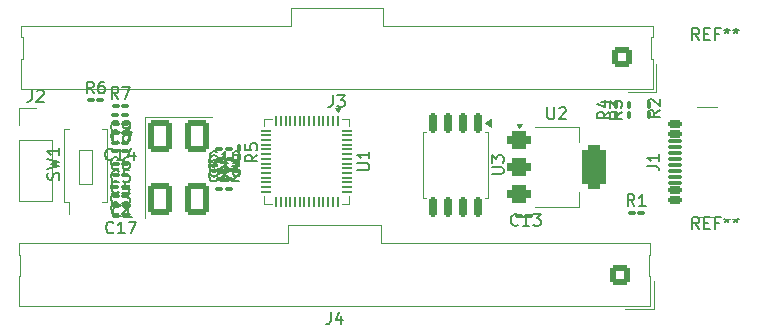
<source format=gbr>
%TF.GenerationSoftware,KiCad,Pcbnew,9.0.6*%
%TF.CreationDate,2025-11-29T13:07:23-06:00*%
%TF.ProjectId,Tony's devboard,546f6e79-2773-4206-9465-76626f617264,rev?*%
%TF.SameCoordinates,Original*%
%TF.FileFunction,Legend,Top*%
%TF.FilePolarity,Positive*%
%FSLAX46Y46*%
G04 Gerber Fmt 4.6, Leading zero omitted, Abs format (unit mm)*
G04 Created by KiCad (PCBNEW 9.0.6) date 2025-11-29 13:07:23*
%MOMM*%
%LPD*%
G01*
G04 APERTURE LIST*
G04 Aperture macros list*
%AMRoundRect*
0 Rectangle with rounded corners*
0 $1 Rounding radius*
0 $2 $3 $4 $5 $6 $7 $8 $9 X,Y pos of 4 corners*
0 Add a 4 corners polygon primitive as box body*
4,1,4,$2,$3,$4,$5,$6,$7,$8,$9,$2,$3,0*
0 Add four circle primitives for the rounded corners*
1,1,$1+$1,$2,$3*
1,1,$1+$1,$4,$5*
1,1,$1+$1,$6,$7*
1,1,$1+$1,$8,$9*
0 Add four rect primitives between the rounded corners*
20,1,$1+$1,$2,$3,$4,$5,0*
20,1,$1+$1,$4,$5,$6,$7,0*
20,1,$1+$1,$6,$7,$8,$9,0*
20,1,$1+$1,$8,$9,$2,$3,0*%
G04 Aperture macros list end*
%ADD10C,0.150000*%
%ADD11C,0.120000*%
%ADD12RoundRect,0.100000X-0.217500X-0.100000X0.217500X-0.100000X0.217500X0.100000X-0.217500X0.100000X0*%
%ADD13RoundRect,0.100000X0.217500X0.100000X-0.217500X0.100000X-0.217500X-0.100000X0.217500X-0.100000X0*%
%ADD14RoundRect,0.250000X0.620000X0.620000X-0.620000X0.620000X-0.620000X-0.620000X0.620000X-0.620000X0*%
%ADD15C,1.740000*%
%ADD16RoundRect,0.375000X-0.625000X-0.375000X0.625000X-0.375000X0.625000X0.375000X-0.625000X0.375000X0*%
%ADD17RoundRect,0.500000X-0.500000X-1.400000X0.500000X-1.400000X0.500000X1.400000X-0.500000X1.400000X0*%
%ADD18RoundRect,0.100000X0.100000X-0.217500X0.100000X0.217500X-0.100000X0.217500X-0.100000X-0.217500X0*%
%ADD19C,0.650000*%
%ADD20RoundRect,0.150000X0.425000X-0.150000X0.425000X0.150000X-0.425000X0.150000X-0.425000X-0.150000X0*%
%ADD21RoundRect,0.075000X0.500000X-0.075000X0.500000X0.075000X-0.500000X0.075000X-0.500000X-0.075000X0*%
%ADD22O,2.100000X1.000000*%
%ADD23O,1.800000X1.000000*%
%ADD24R,1.700000X1.700000*%
%ADD25C,1.700000*%
%ADD26C,2.600000*%
%ADD27C,3.800000*%
%ADD28R,2.250000X2.250000*%
%ADD29C,2.250000*%
%ADD30RoundRect,0.050000X-0.050000X0.387500X-0.050000X-0.387500X0.050000X-0.387500X0.050000X0.387500X0*%
%ADD31RoundRect,0.050000X-0.387500X0.050000X-0.387500X-0.050000X0.387500X-0.050000X0.387500X0.050000X0*%
%ADD32R,3.200000X3.200000*%
%ADD33RoundRect,0.100000X-0.100000X0.217500X-0.100000X-0.217500X0.100000X-0.217500X0.100000X0.217500X0*%
%ADD34RoundRect,0.250001X-0.799999X1.099999X-0.799999X-1.099999X0.799999X-1.099999X0.799999X1.099999X0*%
%ADD35RoundRect,0.162500X-0.162500X0.650000X-0.162500X-0.650000X0.162500X-0.650000X0.162500X0.650000X0*%
G04 APERTURE END LIST*
D10*
X107349642Y-43839580D02*
X107302023Y-43887200D01*
X107302023Y-43887200D02*
X107159166Y-43934819D01*
X107159166Y-43934819D02*
X107063928Y-43934819D01*
X107063928Y-43934819D02*
X106921071Y-43887200D01*
X106921071Y-43887200D02*
X106825833Y-43791961D01*
X106825833Y-43791961D02*
X106778214Y-43696723D01*
X106778214Y-43696723D02*
X106730595Y-43506247D01*
X106730595Y-43506247D02*
X106730595Y-43363390D01*
X106730595Y-43363390D02*
X106778214Y-43172914D01*
X106778214Y-43172914D02*
X106825833Y-43077676D01*
X106825833Y-43077676D02*
X106921071Y-42982438D01*
X106921071Y-42982438D02*
X107063928Y-42934819D01*
X107063928Y-42934819D02*
X107159166Y-42934819D01*
X107159166Y-42934819D02*
X107302023Y-42982438D01*
X107302023Y-42982438D02*
X107349642Y-43030057D01*
X108302023Y-43934819D02*
X107730595Y-43934819D01*
X108016309Y-43934819D02*
X108016309Y-42934819D01*
X108016309Y-42934819D02*
X107921071Y-43077676D01*
X107921071Y-43077676D02*
X107825833Y-43172914D01*
X107825833Y-43172914D02*
X107730595Y-43220533D01*
X108921071Y-42934819D02*
X109016309Y-42934819D01*
X109016309Y-42934819D02*
X109111547Y-42982438D01*
X109111547Y-42982438D02*
X109159166Y-43030057D01*
X109159166Y-43030057D02*
X109206785Y-43125295D01*
X109206785Y-43125295D02*
X109254404Y-43315771D01*
X109254404Y-43315771D02*
X109254404Y-43553866D01*
X109254404Y-43553866D02*
X109206785Y-43744342D01*
X109206785Y-43744342D02*
X109159166Y-43839580D01*
X109159166Y-43839580D02*
X109111547Y-43887200D01*
X109111547Y-43887200D02*
X109016309Y-43934819D01*
X109016309Y-43934819D02*
X108921071Y-43934819D01*
X108921071Y-43934819D02*
X108825833Y-43887200D01*
X108825833Y-43887200D02*
X108778214Y-43839580D01*
X108778214Y-43839580D02*
X108730595Y-43744342D01*
X108730595Y-43744342D02*
X108682976Y-43553866D01*
X108682976Y-43553866D02*
X108682976Y-43315771D01*
X108682976Y-43315771D02*
X108730595Y-43125295D01*
X108730595Y-43125295D02*
X108778214Y-43030057D01*
X108778214Y-43030057D02*
X108825833Y-42982438D01*
X108825833Y-42982438D02*
X108921071Y-42934819D01*
X98988333Y-41289580D02*
X98940714Y-41337200D01*
X98940714Y-41337200D02*
X98797857Y-41384819D01*
X98797857Y-41384819D02*
X98702619Y-41384819D01*
X98702619Y-41384819D02*
X98559762Y-41337200D01*
X98559762Y-41337200D02*
X98464524Y-41241961D01*
X98464524Y-41241961D02*
X98416905Y-41146723D01*
X98416905Y-41146723D02*
X98369286Y-40956247D01*
X98369286Y-40956247D02*
X98369286Y-40813390D01*
X98369286Y-40813390D02*
X98416905Y-40622914D01*
X98416905Y-40622914D02*
X98464524Y-40527676D01*
X98464524Y-40527676D02*
X98559762Y-40432438D01*
X98559762Y-40432438D02*
X98702619Y-40384819D01*
X98702619Y-40384819D02*
X98797857Y-40384819D01*
X98797857Y-40384819D02*
X98940714Y-40432438D01*
X98940714Y-40432438D02*
X98988333Y-40480057D01*
X99464524Y-41384819D02*
X99655000Y-41384819D01*
X99655000Y-41384819D02*
X99750238Y-41337200D01*
X99750238Y-41337200D02*
X99797857Y-41289580D01*
X99797857Y-41289580D02*
X99893095Y-41146723D01*
X99893095Y-41146723D02*
X99940714Y-40956247D01*
X99940714Y-40956247D02*
X99940714Y-40575295D01*
X99940714Y-40575295D02*
X99893095Y-40480057D01*
X99893095Y-40480057D02*
X99845476Y-40432438D01*
X99845476Y-40432438D02*
X99750238Y-40384819D01*
X99750238Y-40384819D02*
X99559762Y-40384819D01*
X99559762Y-40384819D02*
X99464524Y-40432438D01*
X99464524Y-40432438D02*
X99416905Y-40480057D01*
X99416905Y-40480057D02*
X99369286Y-40575295D01*
X99369286Y-40575295D02*
X99369286Y-40813390D01*
X99369286Y-40813390D02*
X99416905Y-40908628D01*
X99416905Y-40908628D02*
X99464524Y-40956247D01*
X99464524Y-40956247D02*
X99559762Y-41003866D01*
X99559762Y-41003866D02*
X99750238Y-41003866D01*
X99750238Y-41003866D02*
X99845476Y-40956247D01*
X99845476Y-40956247D02*
X99893095Y-40908628D01*
X99893095Y-40908628D02*
X99940714Y-40813390D01*
X116966666Y-56594819D02*
X116966666Y-57309104D01*
X116966666Y-57309104D02*
X116919047Y-57451961D01*
X116919047Y-57451961D02*
X116823809Y-57547200D01*
X116823809Y-57547200D02*
X116680952Y-57594819D01*
X116680952Y-57594819D02*
X116585714Y-57594819D01*
X117871428Y-56928152D02*
X117871428Y-57594819D01*
X117633333Y-56547200D02*
X117395238Y-57261485D01*
X117395238Y-57261485D02*
X118014285Y-57261485D01*
X98507142Y-43629580D02*
X98459523Y-43677200D01*
X98459523Y-43677200D02*
X98316666Y-43724819D01*
X98316666Y-43724819D02*
X98221428Y-43724819D01*
X98221428Y-43724819D02*
X98078571Y-43677200D01*
X98078571Y-43677200D02*
X97983333Y-43581961D01*
X97983333Y-43581961D02*
X97935714Y-43486723D01*
X97935714Y-43486723D02*
X97888095Y-43296247D01*
X97888095Y-43296247D02*
X97888095Y-43153390D01*
X97888095Y-43153390D02*
X97935714Y-42962914D01*
X97935714Y-42962914D02*
X97983333Y-42867676D01*
X97983333Y-42867676D02*
X98078571Y-42772438D01*
X98078571Y-42772438D02*
X98221428Y-42724819D01*
X98221428Y-42724819D02*
X98316666Y-42724819D01*
X98316666Y-42724819D02*
X98459523Y-42772438D01*
X98459523Y-42772438D02*
X98507142Y-42820057D01*
X99459523Y-43724819D02*
X98888095Y-43724819D01*
X99173809Y-43724819D02*
X99173809Y-42724819D01*
X99173809Y-42724819D02*
X99078571Y-42867676D01*
X99078571Y-42867676D02*
X98983333Y-42962914D01*
X98983333Y-42962914D02*
X98888095Y-43010533D01*
X100316666Y-43058152D02*
X100316666Y-43724819D01*
X100078571Y-42677200D02*
X99840476Y-43391485D01*
X99840476Y-43391485D02*
X100459523Y-43391485D01*
X107319642Y-44189580D02*
X107272023Y-44237200D01*
X107272023Y-44237200D02*
X107129166Y-44284819D01*
X107129166Y-44284819D02*
X107033928Y-44284819D01*
X107033928Y-44284819D02*
X106891071Y-44237200D01*
X106891071Y-44237200D02*
X106795833Y-44141961D01*
X106795833Y-44141961D02*
X106748214Y-44046723D01*
X106748214Y-44046723D02*
X106700595Y-43856247D01*
X106700595Y-43856247D02*
X106700595Y-43713390D01*
X106700595Y-43713390D02*
X106748214Y-43522914D01*
X106748214Y-43522914D02*
X106795833Y-43427676D01*
X106795833Y-43427676D02*
X106891071Y-43332438D01*
X106891071Y-43332438D02*
X107033928Y-43284819D01*
X107033928Y-43284819D02*
X107129166Y-43284819D01*
X107129166Y-43284819D02*
X107272023Y-43332438D01*
X107272023Y-43332438D02*
X107319642Y-43380057D01*
X108272023Y-44284819D02*
X107700595Y-44284819D01*
X107986309Y-44284819D02*
X107986309Y-43284819D01*
X107986309Y-43284819D02*
X107891071Y-43427676D01*
X107891071Y-43427676D02*
X107795833Y-43522914D01*
X107795833Y-43522914D02*
X107700595Y-43570533D01*
X109176785Y-43284819D02*
X108700595Y-43284819D01*
X108700595Y-43284819D02*
X108652976Y-43761009D01*
X108652976Y-43761009D02*
X108700595Y-43713390D01*
X108700595Y-43713390D02*
X108795833Y-43665771D01*
X108795833Y-43665771D02*
X109033928Y-43665771D01*
X109033928Y-43665771D02*
X109129166Y-43713390D01*
X109129166Y-43713390D02*
X109176785Y-43761009D01*
X109176785Y-43761009D02*
X109224404Y-43856247D01*
X109224404Y-43856247D02*
X109224404Y-44094342D01*
X109224404Y-44094342D02*
X109176785Y-44189580D01*
X109176785Y-44189580D02*
X109129166Y-44237200D01*
X109129166Y-44237200D02*
X109033928Y-44284819D01*
X109033928Y-44284819D02*
X108795833Y-44284819D01*
X108795833Y-44284819D02*
X108700595Y-44237200D01*
X108700595Y-44237200D02*
X108652976Y-44189580D01*
X135318095Y-39234819D02*
X135318095Y-40044342D01*
X135318095Y-40044342D02*
X135365714Y-40139580D01*
X135365714Y-40139580D02*
X135413333Y-40187200D01*
X135413333Y-40187200D02*
X135508571Y-40234819D01*
X135508571Y-40234819D02*
X135699047Y-40234819D01*
X135699047Y-40234819D02*
X135794285Y-40187200D01*
X135794285Y-40187200D02*
X135841904Y-40139580D01*
X135841904Y-40139580D02*
X135889523Y-40044342D01*
X135889523Y-40044342D02*
X135889523Y-39234819D01*
X136318095Y-39330057D02*
X136365714Y-39282438D01*
X136365714Y-39282438D02*
X136460952Y-39234819D01*
X136460952Y-39234819D02*
X136699047Y-39234819D01*
X136699047Y-39234819D02*
X136794285Y-39282438D01*
X136794285Y-39282438D02*
X136841904Y-39330057D01*
X136841904Y-39330057D02*
X136889523Y-39425295D01*
X136889523Y-39425295D02*
X136889523Y-39520533D01*
X136889523Y-39520533D02*
X136841904Y-39663390D01*
X136841904Y-39663390D02*
X136270476Y-40234819D01*
X136270476Y-40234819D02*
X136889523Y-40234819D01*
X107307142Y-45419580D02*
X107259523Y-45467200D01*
X107259523Y-45467200D02*
X107116666Y-45514819D01*
X107116666Y-45514819D02*
X107021428Y-45514819D01*
X107021428Y-45514819D02*
X106878571Y-45467200D01*
X106878571Y-45467200D02*
X106783333Y-45371961D01*
X106783333Y-45371961D02*
X106735714Y-45276723D01*
X106735714Y-45276723D02*
X106688095Y-45086247D01*
X106688095Y-45086247D02*
X106688095Y-44943390D01*
X106688095Y-44943390D02*
X106735714Y-44752914D01*
X106735714Y-44752914D02*
X106783333Y-44657676D01*
X106783333Y-44657676D02*
X106878571Y-44562438D01*
X106878571Y-44562438D02*
X107021428Y-44514819D01*
X107021428Y-44514819D02*
X107116666Y-44514819D01*
X107116666Y-44514819D02*
X107259523Y-44562438D01*
X107259523Y-44562438D02*
X107307142Y-44610057D01*
X108259523Y-45514819D02*
X107688095Y-45514819D01*
X107973809Y-45514819D02*
X107973809Y-44514819D01*
X107973809Y-44514819D02*
X107878571Y-44657676D01*
X107878571Y-44657676D02*
X107783333Y-44752914D01*
X107783333Y-44752914D02*
X107688095Y-44800533D01*
X108640476Y-44610057D02*
X108688095Y-44562438D01*
X108688095Y-44562438D02*
X108783333Y-44514819D01*
X108783333Y-44514819D02*
X109021428Y-44514819D01*
X109021428Y-44514819D02*
X109116666Y-44562438D01*
X109116666Y-44562438D02*
X109164285Y-44610057D01*
X109164285Y-44610057D02*
X109211904Y-44705295D01*
X109211904Y-44705295D02*
X109211904Y-44800533D01*
X109211904Y-44800533D02*
X109164285Y-44943390D01*
X109164285Y-44943390D02*
X108592857Y-45514819D01*
X108592857Y-45514819D02*
X109211904Y-45514819D01*
X117156666Y-38204819D02*
X117156666Y-38919104D01*
X117156666Y-38919104D02*
X117109047Y-39061961D01*
X117109047Y-39061961D02*
X117013809Y-39157200D01*
X117013809Y-39157200D02*
X116870952Y-39204819D01*
X116870952Y-39204819D02*
X116775714Y-39204819D01*
X117537619Y-38204819D02*
X118156666Y-38204819D01*
X118156666Y-38204819D02*
X117823333Y-38585771D01*
X117823333Y-38585771D02*
X117966190Y-38585771D01*
X117966190Y-38585771D02*
X118061428Y-38633390D01*
X118061428Y-38633390D02*
X118109047Y-38681009D01*
X118109047Y-38681009D02*
X118156666Y-38776247D01*
X118156666Y-38776247D02*
X118156666Y-39014342D01*
X118156666Y-39014342D02*
X118109047Y-39109580D01*
X118109047Y-39109580D02*
X118061428Y-39157200D01*
X118061428Y-39157200D02*
X117966190Y-39204819D01*
X117966190Y-39204819D02*
X117680476Y-39204819D01*
X117680476Y-39204819D02*
X117585238Y-39157200D01*
X117585238Y-39157200D02*
X117537619Y-39109580D01*
X141604819Y-39619166D02*
X141128628Y-39952499D01*
X141604819Y-40190594D02*
X140604819Y-40190594D01*
X140604819Y-40190594D02*
X140604819Y-39809642D01*
X140604819Y-39809642D02*
X140652438Y-39714404D01*
X140652438Y-39714404D02*
X140700057Y-39666785D01*
X140700057Y-39666785D02*
X140795295Y-39619166D01*
X140795295Y-39619166D02*
X140938152Y-39619166D01*
X140938152Y-39619166D02*
X141033390Y-39666785D01*
X141033390Y-39666785D02*
X141081009Y-39714404D01*
X141081009Y-39714404D02*
X141128628Y-39809642D01*
X141128628Y-39809642D02*
X141128628Y-40190594D01*
X140604819Y-39285832D02*
X140604819Y-38666785D01*
X140604819Y-38666785D02*
X140985771Y-39000118D01*
X140985771Y-39000118D02*
X140985771Y-38857261D01*
X140985771Y-38857261D02*
X141033390Y-38762023D01*
X141033390Y-38762023D02*
X141081009Y-38714404D01*
X141081009Y-38714404D02*
X141176247Y-38666785D01*
X141176247Y-38666785D02*
X141414342Y-38666785D01*
X141414342Y-38666785D02*
X141509580Y-38714404D01*
X141509580Y-38714404D02*
X141557200Y-38762023D01*
X141557200Y-38762023D02*
X141604819Y-38857261D01*
X141604819Y-38857261D02*
X141604819Y-39142975D01*
X141604819Y-39142975D02*
X141557200Y-39238213D01*
X141557200Y-39238213D02*
X141509580Y-39285832D01*
X132834642Y-49169580D02*
X132787023Y-49217200D01*
X132787023Y-49217200D02*
X132644166Y-49264819D01*
X132644166Y-49264819D02*
X132548928Y-49264819D01*
X132548928Y-49264819D02*
X132406071Y-49217200D01*
X132406071Y-49217200D02*
X132310833Y-49121961D01*
X132310833Y-49121961D02*
X132263214Y-49026723D01*
X132263214Y-49026723D02*
X132215595Y-48836247D01*
X132215595Y-48836247D02*
X132215595Y-48693390D01*
X132215595Y-48693390D02*
X132263214Y-48502914D01*
X132263214Y-48502914D02*
X132310833Y-48407676D01*
X132310833Y-48407676D02*
X132406071Y-48312438D01*
X132406071Y-48312438D02*
X132548928Y-48264819D01*
X132548928Y-48264819D02*
X132644166Y-48264819D01*
X132644166Y-48264819D02*
X132787023Y-48312438D01*
X132787023Y-48312438D02*
X132834642Y-48360057D01*
X133787023Y-49264819D02*
X133215595Y-49264819D01*
X133501309Y-49264819D02*
X133501309Y-48264819D01*
X133501309Y-48264819D02*
X133406071Y-48407676D01*
X133406071Y-48407676D02*
X133310833Y-48502914D01*
X133310833Y-48502914D02*
X133215595Y-48550533D01*
X134120357Y-48264819D02*
X134739404Y-48264819D01*
X134739404Y-48264819D02*
X134406071Y-48645771D01*
X134406071Y-48645771D02*
X134548928Y-48645771D01*
X134548928Y-48645771D02*
X134644166Y-48693390D01*
X134644166Y-48693390D02*
X134691785Y-48741009D01*
X134691785Y-48741009D02*
X134739404Y-48836247D01*
X134739404Y-48836247D02*
X134739404Y-49074342D01*
X134739404Y-49074342D02*
X134691785Y-49169580D01*
X134691785Y-49169580D02*
X134644166Y-49217200D01*
X134644166Y-49217200D02*
X134548928Y-49264819D01*
X134548928Y-49264819D02*
X134263214Y-49264819D01*
X134263214Y-49264819D02*
X134167976Y-49217200D01*
X134167976Y-49217200D02*
X134120357Y-49169580D01*
X98988333Y-47359580D02*
X98940714Y-47407200D01*
X98940714Y-47407200D02*
X98797857Y-47454819D01*
X98797857Y-47454819D02*
X98702619Y-47454819D01*
X98702619Y-47454819D02*
X98559762Y-47407200D01*
X98559762Y-47407200D02*
X98464524Y-47311961D01*
X98464524Y-47311961D02*
X98416905Y-47216723D01*
X98416905Y-47216723D02*
X98369286Y-47026247D01*
X98369286Y-47026247D02*
X98369286Y-46883390D01*
X98369286Y-46883390D02*
X98416905Y-46692914D01*
X98416905Y-46692914D02*
X98464524Y-46597676D01*
X98464524Y-46597676D02*
X98559762Y-46502438D01*
X98559762Y-46502438D02*
X98702619Y-46454819D01*
X98702619Y-46454819D02*
X98797857Y-46454819D01*
X98797857Y-46454819D02*
X98940714Y-46502438D01*
X98940714Y-46502438D02*
X98988333Y-46550057D01*
X99321667Y-46454819D02*
X99940714Y-46454819D01*
X99940714Y-46454819D02*
X99607381Y-46835771D01*
X99607381Y-46835771D02*
X99750238Y-46835771D01*
X99750238Y-46835771D02*
X99845476Y-46883390D01*
X99845476Y-46883390D02*
X99893095Y-46931009D01*
X99893095Y-46931009D02*
X99940714Y-47026247D01*
X99940714Y-47026247D02*
X99940714Y-47264342D01*
X99940714Y-47264342D02*
X99893095Y-47359580D01*
X99893095Y-47359580D02*
X99845476Y-47407200D01*
X99845476Y-47407200D02*
X99750238Y-47454819D01*
X99750238Y-47454819D02*
X99464524Y-47454819D01*
X99464524Y-47454819D02*
X99369286Y-47407200D01*
X99369286Y-47407200D02*
X99321667Y-47359580D01*
X143774819Y-44203333D02*
X144489104Y-44203333D01*
X144489104Y-44203333D02*
X144631961Y-44250952D01*
X144631961Y-44250952D02*
X144727200Y-44346190D01*
X144727200Y-44346190D02*
X144774819Y-44489047D01*
X144774819Y-44489047D02*
X144774819Y-44584285D01*
X144774819Y-43203333D02*
X144774819Y-43774761D01*
X144774819Y-43489047D02*
X143774819Y-43489047D01*
X143774819Y-43489047D02*
X143917676Y-43584285D01*
X143917676Y-43584285D02*
X144012914Y-43679523D01*
X144012914Y-43679523D02*
X144060533Y-43774761D01*
X98995833Y-38504819D02*
X98662500Y-38028628D01*
X98424405Y-38504819D02*
X98424405Y-37504819D01*
X98424405Y-37504819D02*
X98805357Y-37504819D01*
X98805357Y-37504819D02*
X98900595Y-37552438D01*
X98900595Y-37552438D02*
X98948214Y-37600057D01*
X98948214Y-37600057D02*
X98995833Y-37695295D01*
X98995833Y-37695295D02*
X98995833Y-37838152D01*
X98995833Y-37838152D02*
X98948214Y-37933390D01*
X98948214Y-37933390D02*
X98900595Y-37981009D01*
X98900595Y-37981009D02*
X98805357Y-38028628D01*
X98805357Y-38028628D02*
X98424405Y-38028628D01*
X99329167Y-37504819D02*
X99995833Y-37504819D01*
X99995833Y-37504819D02*
X99567262Y-38504819D01*
X91666666Y-37784819D02*
X91666666Y-38499104D01*
X91666666Y-38499104D02*
X91619047Y-38641961D01*
X91619047Y-38641961D02*
X91523809Y-38737200D01*
X91523809Y-38737200D02*
X91380952Y-38784819D01*
X91380952Y-38784819D02*
X91285714Y-38784819D01*
X92095238Y-37880057D02*
X92142857Y-37832438D01*
X92142857Y-37832438D02*
X92238095Y-37784819D01*
X92238095Y-37784819D02*
X92476190Y-37784819D01*
X92476190Y-37784819D02*
X92571428Y-37832438D01*
X92571428Y-37832438D02*
X92619047Y-37880057D01*
X92619047Y-37880057D02*
X92666666Y-37975295D01*
X92666666Y-37975295D02*
X92666666Y-38070533D01*
X92666666Y-38070533D02*
X92619047Y-38213390D01*
X92619047Y-38213390D02*
X92047619Y-38784819D01*
X92047619Y-38784819D02*
X92666666Y-38784819D01*
X96905833Y-38054819D02*
X96572500Y-37578628D01*
X96334405Y-38054819D02*
X96334405Y-37054819D01*
X96334405Y-37054819D02*
X96715357Y-37054819D01*
X96715357Y-37054819D02*
X96810595Y-37102438D01*
X96810595Y-37102438D02*
X96858214Y-37150057D01*
X96858214Y-37150057D02*
X96905833Y-37245295D01*
X96905833Y-37245295D02*
X96905833Y-37388152D01*
X96905833Y-37388152D02*
X96858214Y-37483390D01*
X96858214Y-37483390D02*
X96810595Y-37531009D01*
X96810595Y-37531009D02*
X96715357Y-37578628D01*
X96715357Y-37578628D02*
X96334405Y-37578628D01*
X97762976Y-37054819D02*
X97572500Y-37054819D01*
X97572500Y-37054819D02*
X97477262Y-37102438D01*
X97477262Y-37102438D02*
X97429643Y-37150057D01*
X97429643Y-37150057D02*
X97334405Y-37292914D01*
X97334405Y-37292914D02*
X97286786Y-37483390D01*
X97286786Y-37483390D02*
X97286786Y-37864342D01*
X97286786Y-37864342D02*
X97334405Y-37959580D01*
X97334405Y-37959580D02*
X97382024Y-38007200D01*
X97382024Y-38007200D02*
X97477262Y-38054819D01*
X97477262Y-38054819D02*
X97667738Y-38054819D01*
X97667738Y-38054819D02*
X97762976Y-38007200D01*
X97762976Y-38007200D02*
X97810595Y-37959580D01*
X97810595Y-37959580D02*
X97858214Y-37864342D01*
X97858214Y-37864342D02*
X97858214Y-37626247D01*
X97858214Y-37626247D02*
X97810595Y-37531009D01*
X97810595Y-37531009D02*
X97762976Y-37483390D01*
X97762976Y-37483390D02*
X97667738Y-37435771D01*
X97667738Y-37435771D02*
X97477262Y-37435771D01*
X97477262Y-37435771D02*
X97382024Y-37483390D01*
X97382024Y-37483390D02*
X97334405Y-37531009D01*
X97334405Y-37531009D02*
X97286786Y-37626247D01*
X148166666Y-49524819D02*
X147833333Y-49048628D01*
X147595238Y-49524819D02*
X147595238Y-48524819D01*
X147595238Y-48524819D02*
X147976190Y-48524819D01*
X147976190Y-48524819D02*
X148071428Y-48572438D01*
X148071428Y-48572438D02*
X148119047Y-48620057D01*
X148119047Y-48620057D02*
X148166666Y-48715295D01*
X148166666Y-48715295D02*
X148166666Y-48858152D01*
X148166666Y-48858152D02*
X148119047Y-48953390D01*
X148119047Y-48953390D02*
X148071428Y-49001009D01*
X148071428Y-49001009D02*
X147976190Y-49048628D01*
X147976190Y-49048628D02*
X147595238Y-49048628D01*
X148595238Y-49001009D02*
X148928571Y-49001009D01*
X149071428Y-49524819D02*
X148595238Y-49524819D01*
X148595238Y-49524819D02*
X148595238Y-48524819D01*
X148595238Y-48524819D02*
X149071428Y-48524819D01*
X149833333Y-49001009D02*
X149500000Y-49001009D01*
X149500000Y-49524819D02*
X149500000Y-48524819D01*
X149500000Y-48524819D02*
X149976190Y-48524819D01*
X150500000Y-48524819D02*
X150500000Y-48762914D01*
X150261905Y-48667676D02*
X150500000Y-48762914D01*
X150500000Y-48762914D02*
X150738095Y-48667676D01*
X150357143Y-48953390D02*
X150500000Y-48762914D01*
X150500000Y-48762914D02*
X150642857Y-48953390D01*
X151261905Y-48524819D02*
X151261905Y-48762914D01*
X151023810Y-48667676D02*
X151261905Y-48762914D01*
X151261905Y-48762914D02*
X151500000Y-48667676D01*
X151119048Y-48953390D02*
X151261905Y-48762914D01*
X151261905Y-48762914D02*
X151404762Y-48953390D01*
X99008333Y-46389580D02*
X98960714Y-46437200D01*
X98960714Y-46437200D02*
X98817857Y-46484819D01*
X98817857Y-46484819D02*
X98722619Y-46484819D01*
X98722619Y-46484819D02*
X98579762Y-46437200D01*
X98579762Y-46437200D02*
X98484524Y-46341961D01*
X98484524Y-46341961D02*
X98436905Y-46246723D01*
X98436905Y-46246723D02*
X98389286Y-46056247D01*
X98389286Y-46056247D02*
X98389286Y-45913390D01*
X98389286Y-45913390D02*
X98436905Y-45722914D01*
X98436905Y-45722914D02*
X98484524Y-45627676D01*
X98484524Y-45627676D02*
X98579762Y-45532438D01*
X98579762Y-45532438D02*
X98722619Y-45484819D01*
X98722619Y-45484819D02*
X98817857Y-45484819D01*
X98817857Y-45484819D02*
X98960714Y-45532438D01*
X98960714Y-45532438D02*
X99008333Y-45580057D01*
X99865476Y-45818152D02*
X99865476Y-46484819D01*
X99627381Y-45437200D02*
X99389286Y-46151485D01*
X99389286Y-46151485D02*
X100008333Y-46151485D01*
X93927200Y-45353332D02*
X93974819Y-45210475D01*
X93974819Y-45210475D02*
X93974819Y-44972380D01*
X93974819Y-44972380D02*
X93927200Y-44877142D01*
X93927200Y-44877142D02*
X93879580Y-44829523D01*
X93879580Y-44829523D02*
X93784342Y-44781904D01*
X93784342Y-44781904D02*
X93689104Y-44781904D01*
X93689104Y-44781904D02*
X93593866Y-44829523D01*
X93593866Y-44829523D02*
X93546247Y-44877142D01*
X93546247Y-44877142D02*
X93498628Y-44972380D01*
X93498628Y-44972380D02*
X93451009Y-45162856D01*
X93451009Y-45162856D02*
X93403390Y-45258094D01*
X93403390Y-45258094D02*
X93355771Y-45305713D01*
X93355771Y-45305713D02*
X93260533Y-45353332D01*
X93260533Y-45353332D02*
X93165295Y-45353332D01*
X93165295Y-45353332D02*
X93070057Y-45305713D01*
X93070057Y-45305713D02*
X93022438Y-45258094D01*
X93022438Y-45258094D02*
X92974819Y-45162856D01*
X92974819Y-45162856D02*
X92974819Y-44924761D01*
X92974819Y-44924761D02*
X93022438Y-44781904D01*
X92974819Y-44448570D02*
X93974819Y-44210475D01*
X93974819Y-44210475D02*
X93260533Y-44019999D01*
X93260533Y-44019999D02*
X93974819Y-43829523D01*
X93974819Y-43829523D02*
X92974819Y-43591428D01*
X93974819Y-42686666D02*
X93974819Y-43258094D01*
X93974819Y-42972380D02*
X92974819Y-42972380D01*
X92974819Y-42972380D02*
X93117676Y-43067618D01*
X93117676Y-43067618D02*
X93212914Y-43162856D01*
X93212914Y-43162856D02*
X93260533Y-43258094D01*
X98998333Y-42079580D02*
X98950714Y-42127200D01*
X98950714Y-42127200D02*
X98807857Y-42174819D01*
X98807857Y-42174819D02*
X98712619Y-42174819D01*
X98712619Y-42174819D02*
X98569762Y-42127200D01*
X98569762Y-42127200D02*
X98474524Y-42031961D01*
X98474524Y-42031961D02*
X98426905Y-41936723D01*
X98426905Y-41936723D02*
X98379286Y-41746247D01*
X98379286Y-41746247D02*
X98379286Y-41603390D01*
X98379286Y-41603390D02*
X98426905Y-41412914D01*
X98426905Y-41412914D02*
X98474524Y-41317676D01*
X98474524Y-41317676D02*
X98569762Y-41222438D01*
X98569762Y-41222438D02*
X98712619Y-41174819D01*
X98712619Y-41174819D02*
X98807857Y-41174819D01*
X98807857Y-41174819D02*
X98950714Y-41222438D01*
X98950714Y-41222438D02*
X98998333Y-41270057D01*
X99569762Y-41603390D02*
X99474524Y-41555771D01*
X99474524Y-41555771D02*
X99426905Y-41508152D01*
X99426905Y-41508152D02*
X99379286Y-41412914D01*
X99379286Y-41412914D02*
X99379286Y-41365295D01*
X99379286Y-41365295D02*
X99426905Y-41270057D01*
X99426905Y-41270057D02*
X99474524Y-41222438D01*
X99474524Y-41222438D02*
X99569762Y-41174819D01*
X99569762Y-41174819D02*
X99760238Y-41174819D01*
X99760238Y-41174819D02*
X99855476Y-41222438D01*
X99855476Y-41222438D02*
X99903095Y-41270057D01*
X99903095Y-41270057D02*
X99950714Y-41365295D01*
X99950714Y-41365295D02*
X99950714Y-41412914D01*
X99950714Y-41412914D02*
X99903095Y-41508152D01*
X99903095Y-41508152D02*
X99855476Y-41555771D01*
X99855476Y-41555771D02*
X99760238Y-41603390D01*
X99760238Y-41603390D02*
X99569762Y-41603390D01*
X99569762Y-41603390D02*
X99474524Y-41651009D01*
X99474524Y-41651009D02*
X99426905Y-41698628D01*
X99426905Y-41698628D02*
X99379286Y-41793866D01*
X99379286Y-41793866D02*
X99379286Y-41984342D01*
X99379286Y-41984342D02*
X99426905Y-42079580D01*
X99426905Y-42079580D02*
X99474524Y-42127200D01*
X99474524Y-42127200D02*
X99569762Y-42174819D01*
X99569762Y-42174819D02*
X99760238Y-42174819D01*
X99760238Y-42174819D02*
X99855476Y-42127200D01*
X99855476Y-42127200D02*
X99903095Y-42079580D01*
X99903095Y-42079580D02*
X99950714Y-41984342D01*
X99950714Y-41984342D02*
X99950714Y-41793866D01*
X99950714Y-41793866D02*
X99903095Y-41698628D01*
X99903095Y-41698628D02*
X99855476Y-41651009D01*
X99855476Y-41651009D02*
X99760238Y-41603390D01*
X99013333Y-45479580D02*
X98965714Y-45527200D01*
X98965714Y-45527200D02*
X98822857Y-45574819D01*
X98822857Y-45574819D02*
X98727619Y-45574819D01*
X98727619Y-45574819D02*
X98584762Y-45527200D01*
X98584762Y-45527200D02*
X98489524Y-45431961D01*
X98489524Y-45431961D02*
X98441905Y-45336723D01*
X98441905Y-45336723D02*
X98394286Y-45146247D01*
X98394286Y-45146247D02*
X98394286Y-45003390D01*
X98394286Y-45003390D02*
X98441905Y-44812914D01*
X98441905Y-44812914D02*
X98489524Y-44717676D01*
X98489524Y-44717676D02*
X98584762Y-44622438D01*
X98584762Y-44622438D02*
X98727619Y-44574819D01*
X98727619Y-44574819D02*
X98822857Y-44574819D01*
X98822857Y-44574819D02*
X98965714Y-44622438D01*
X98965714Y-44622438D02*
X99013333Y-44670057D01*
X99918095Y-44574819D02*
X99441905Y-44574819D01*
X99441905Y-44574819D02*
X99394286Y-45051009D01*
X99394286Y-45051009D02*
X99441905Y-45003390D01*
X99441905Y-45003390D02*
X99537143Y-44955771D01*
X99537143Y-44955771D02*
X99775238Y-44955771D01*
X99775238Y-44955771D02*
X99870476Y-45003390D01*
X99870476Y-45003390D02*
X99918095Y-45051009D01*
X99918095Y-45051009D02*
X99965714Y-45146247D01*
X99965714Y-45146247D02*
X99965714Y-45384342D01*
X99965714Y-45384342D02*
X99918095Y-45479580D01*
X99918095Y-45479580D02*
X99870476Y-45527200D01*
X99870476Y-45527200D02*
X99775238Y-45574819D01*
X99775238Y-45574819D02*
X99537143Y-45574819D01*
X99537143Y-45574819D02*
X99441905Y-45527200D01*
X99441905Y-45527200D02*
X99394286Y-45479580D01*
X119234819Y-44561904D02*
X120044342Y-44561904D01*
X120044342Y-44561904D02*
X120139580Y-44514285D01*
X120139580Y-44514285D02*
X120187200Y-44466666D01*
X120187200Y-44466666D02*
X120234819Y-44371428D01*
X120234819Y-44371428D02*
X120234819Y-44180952D01*
X120234819Y-44180952D02*
X120187200Y-44085714D01*
X120187200Y-44085714D02*
X120139580Y-44038095D01*
X120139580Y-44038095D02*
X120044342Y-43990476D01*
X120044342Y-43990476D02*
X119234819Y-43990476D01*
X120234819Y-42990476D02*
X120234819Y-43561904D01*
X120234819Y-43276190D02*
X119234819Y-43276190D01*
X119234819Y-43276190D02*
X119377676Y-43371428D01*
X119377676Y-43371428D02*
X119472914Y-43466666D01*
X119472914Y-43466666D02*
X119520533Y-43561904D01*
X144814819Y-39489166D02*
X144338628Y-39822499D01*
X144814819Y-40060594D02*
X143814819Y-40060594D01*
X143814819Y-40060594D02*
X143814819Y-39679642D01*
X143814819Y-39679642D02*
X143862438Y-39584404D01*
X143862438Y-39584404D02*
X143910057Y-39536785D01*
X143910057Y-39536785D02*
X144005295Y-39489166D01*
X144005295Y-39489166D02*
X144148152Y-39489166D01*
X144148152Y-39489166D02*
X144243390Y-39536785D01*
X144243390Y-39536785D02*
X144291009Y-39584404D01*
X144291009Y-39584404D02*
X144338628Y-39679642D01*
X144338628Y-39679642D02*
X144338628Y-40060594D01*
X143910057Y-39108213D02*
X143862438Y-39060594D01*
X143862438Y-39060594D02*
X143814819Y-38965356D01*
X143814819Y-38965356D02*
X143814819Y-38727261D01*
X143814819Y-38727261D02*
X143862438Y-38632023D01*
X143862438Y-38632023D02*
X143910057Y-38584404D01*
X143910057Y-38584404D02*
X144005295Y-38536785D01*
X144005295Y-38536785D02*
X144100533Y-38536785D01*
X144100533Y-38536785D02*
X144243390Y-38584404D01*
X144243390Y-38584404D02*
X144814819Y-39155832D01*
X144814819Y-39155832D02*
X144814819Y-38536785D01*
X107608628Y-44796190D02*
X108084819Y-44796190D01*
X107084819Y-45129523D02*
X107608628Y-44796190D01*
X107608628Y-44796190D02*
X107084819Y-44462857D01*
X108084819Y-43605714D02*
X108084819Y-44177142D01*
X108084819Y-43891428D02*
X107084819Y-43891428D01*
X107084819Y-43891428D02*
X107227676Y-43986666D01*
X107227676Y-43986666D02*
X107322914Y-44081904D01*
X107322914Y-44081904D02*
X107370533Y-44177142D01*
X148166666Y-33544819D02*
X147833333Y-33068628D01*
X147595238Y-33544819D02*
X147595238Y-32544819D01*
X147595238Y-32544819D02*
X147976190Y-32544819D01*
X147976190Y-32544819D02*
X148071428Y-32592438D01*
X148071428Y-32592438D02*
X148119047Y-32640057D01*
X148119047Y-32640057D02*
X148166666Y-32735295D01*
X148166666Y-32735295D02*
X148166666Y-32878152D01*
X148166666Y-32878152D02*
X148119047Y-32973390D01*
X148119047Y-32973390D02*
X148071428Y-33021009D01*
X148071428Y-33021009D02*
X147976190Y-33068628D01*
X147976190Y-33068628D02*
X147595238Y-33068628D01*
X148595238Y-33021009D02*
X148928571Y-33021009D01*
X149071428Y-33544819D02*
X148595238Y-33544819D01*
X148595238Y-33544819D02*
X148595238Y-32544819D01*
X148595238Y-32544819D02*
X149071428Y-32544819D01*
X149833333Y-33021009D02*
X149500000Y-33021009D01*
X149500000Y-33544819D02*
X149500000Y-32544819D01*
X149500000Y-32544819D02*
X149976190Y-32544819D01*
X150500000Y-32544819D02*
X150500000Y-32782914D01*
X150261905Y-32687676D02*
X150500000Y-32782914D01*
X150500000Y-32782914D02*
X150738095Y-32687676D01*
X150357143Y-32973390D02*
X150500000Y-32782914D01*
X150500000Y-32782914D02*
X150642857Y-32973390D01*
X151261905Y-32544819D02*
X151261905Y-32782914D01*
X151023810Y-32687676D02*
X151261905Y-32782914D01*
X151261905Y-32782914D02*
X151500000Y-32687676D01*
X151119048Y-32973390D02*
X151261905Y-32782914D01*
X151261905Y-32782914D02*
X151404762Y-32973390D01*
X99178333Y-48399580D02*
X99130714Y-48447200D01*
X99130714Y-48447200D02*
X98987857Y-48494819D01*
X98987857Y-48494819D02*
X98892619Y-48494819D01*
X98892619Y-48494819D02*
X98749762Y-48447200D01*
X98749762Y-48447200D02*
X98654524Y-48351961D01*
X98654524Y-48351961D02*
X98606905Y-48256723D01*
X98606905Y-48256723D02*
X98559286Y-48066247D01*
X98559286Y-48066247D02*
X98559286Y-47923390D01*
X98559286Y-47923390D02*
X98606905Y-47732914D01*
X98606905Y-47732914D02*
X98654524Y-47637676D01*
X98654524Y-47637676D02*
X98749762Y-47542438D01*
X98749762Y-47542438D02*
X98892619Y-47494819D01*
X98892619Y-47494819D02*
X98987857Y-47494819D01*
X98987857Y-47494819D02*
X99130714Y-47542438D01*
X99130714Y-47542438D02*
X99178333Y-47590057D01*
X100130714Y-48494819D02*
X99559286Y-48494819D01*
X99845000Y-48494819D02*
X99845000Y-47494819D01*
X99845000Y-47494819D02*
X99749762Y-47637676D01*
X99749762Y-47637676D02*
X99654524Y-47732914D01*
X99654524Y-47732914D02*
X99559286Y-47780533D01*
X98988333Y-44379580D02*
X98940714Y-44427200D01*
X98940714Y-44427200D02*
X98797857Y-44474819D01*
X98797857Y-44474819D02*
X98702619Y-44474819D01*
X98702619Y-44474819D02*
X98559762Y-44427200D01*
X98559762Y-44427200D02*
X98464524Y-44331961D01*
X98464524Y-44331961D02*
X98416905Y-44236723D01*
X98416905Y-44236723D02*
X98369286Y-44046247D01*
X98369286Y-44046247D02*
X98369286Y-43903390D01*
X98369286Y-43903390D02*
X98416905Y-43712914D01*
X98416905Y-43712914D02*
X98464524Y-43617676D01*
X98464524Y-43617676D02*
X98559762Y-43522438D01*
X98559762Y-43522438D02*
X98702619Y-43474819D01*
X98702619Y-43474819D02*
X98797857Y-43474819D01*
X98797857Y-43474819D02*
X98940714Y-43522438D01*
X98940714Y-43522438D02*
X98988333Y-43570057D01*
X99845476Y-43474819D02*
X99655000Y-43474819D01*
X99655000Y-43474819D02*
X99559762Y-43522438D01*
X99559762Y-43522438D02*
X99512143Y-43570057D01*
X99512143Y-43570057D02*
X99416905Y-43712914D01*
X99416905Y-43712914D02*
X99369286Y-43903390D01*
X99369286Y-43903390D02*
X99369286Y-44284342D01*
X99369286Y-44284342D02*
X99416905Y-44379580D01*
X99416905Y-44379580D02*
X99464524Y-44427200D01*
X99464524Y-44427200D02*
X99559762Y-44474819D01*
X99559762Y-44474819D02*
X99750238Y-44474819D01*
X99750238Y-44474819D02*
X99845476Y-44427200D01*
X99845476Y-44427200D02*
X99893095Y-44379580D01*
X99893095Y-44379580D02*
X99940714Y-44284342D01*
X99940714Y-44284342D02*
X99940714Y-44046247D01*
X99940714Y-44046247D02*
X99893095Y-43951009D01*
X99893095Y-43951009D02*
X99845476Y-43903390D01*
X99845476Y-43903390D02*
X99750238Y-43855771D01*
X99750238Y-43855771D02*
X99559762Y-43855771D01*
X99559762Y-43855771D02*
X99464524Y-43903390D01*
X99464524Y-43903390D02*
X99416905Y-43951009D01*
X99416905Y-43951009D02*
X99369286Y-44046247D01*
X98567142Y-49809580D02*
X98519523Y-49857200D01*
X98519523Y-49857200D02*
X98376666Y-49904819D01*
X98376666Y-49904819D02*
X98281428Y-49904819D01*
X98281428Y-49904819D02*
X98138571Y-49857200D01*
X98138571Y-49857200D02*
X98043333Y-49761961D01*
X98043333Y-49761961D02*
X97995714Y-49666723D01*
X97995714Y-49666723D02*
X97948095Y-49476247D01*
X97948095Y-49476247D02*
X97948095Y-49333390D01*
X97948095Y-49333390D02*
X97995714Y-49142914D01*
X97995714Y-49142914D02*
X98043333Y-49047676D01*
X98043333Y-49047676D02*
X98138571Y-48952438D01*
X98138571Y-48952438D02*
X98281428Y-48904819D01*
X98281428Y-48904819D02*
X98376666Y-48904819D01*
X98376666Y-48904819D02*
X98519523Y-48952438D01*
X98519523Y-48952438D02*
X98567142Y-49000057D01*
X99519523Y-49904819D02*
X98948095Y-49904819D01*
X99233809Y-49904819D02*
X99233809Y-48904819D01*
X99233809Y-48904819D02*
X99138571Y-49047676D01*
X99138571Y-49047676D02*
X99043333Y-49142914D01*
X99043333Y-49142914D02*
X98948095Y-49190533D01*
X99852857Y-48904819D02*
X100519523Y-48904819D01*
X100519523Y-48904819D02*
X100090952Y-49904819D01*
X142690833Y-47594819D02*
X142357500Y-47118628D01*
X142119405Y-47594819D02*
X142119405Y-46594819D01*
X142119405Y-46594819D02*
X142500357Y-46594819D01*
X142500357Y-46594819D02*
X142595595Y-46642438D01*
X142595595Y-46642438D02*
X142643214Y-46690057D01*
X142643214Y-46690057D02*
X142690833Y-46785295D01*
X142690833Y-46785295D02*
X142690833Y-46928152D01*
X142690833Y-46928152D02*
X142643214Y-47023390D01*
X142643214Y-47023390D02*
X142595595Y-47071009D01*
X142595595Y-47071009D02*
X142500357Y-47118628D01*
X142500357Y-47118628D02*
X142119405Y-47118628D01*
X143643214Y-47594819D02*
X143071786Y-47594819D01*
X143357500Y-47594819D02*
X143357500Y-46594819D01*
X143357500Y-46594819D02*
X143262262Y-46737676D01*
X143262262Y-46737676D02*
X143167024Y-46832914D01*
X143167024Y-46832914D02*
X143071786Y-46880533D01*
X107364642Y-44989580D02*
X107317023Y-45037200D01*
X107317023Y-45037200D02*
X107174166Y-45084819D01*
X107174166Y-45084819D02*
X107078928Y-45084819D01*
X107078928Y-45084819D02*
X106936071Y-45037200D01*
X106936071Y-45037200D02*
X106840833Y-44941961D01*
X106840833Y-44941961D02*
X106793214Y-44846723D01*
X106793214Y-44846723D02*
X106745595Y-44656247D01*
X106745595Y-44656247D02*
X106745595Y-44513390D01*
X106745595Y-44513390D02*
X106793214Y-44322914D01*
X106793214Y-44322914D02*
X106840833Y-44227676D01*
X106840833Y-44227676D02*
X106936071Y-44132438D01*
X106936071Y-44132438D02*
X107078928Y-44084819D01*
X107078928Y-44084819D02*
X107174166Y-44084819D01*
X107174166Y-44084819D02*
X107317023Y-44132438D01*
X107317023Y-44132438D02*
X107364642Y-44180057D01*
X108317023Y-45084819D02*
X107745595Y-45084819D01*
X108031309Y-45084819D02*
X108031309Y-44084819D01*
X108031309Y-44084819D02*
X107936071Y-44227676D01*
X107936071Y-44227676D02*
X107840833Y-44322914D01*
X107840833Y-44322914D02*
X107745595Y-44370533D01*
X109174166Y-44084819D02*
X108983690Y-44084819D01*
X108983690Y-44084819D02*
X108888452Y-44132438D01*
X108888452Y-44132438D02*
X108840833Y-44180057D01*
X108840833Y-44180057D02*
X108745595Y-44322914D01*
X108745595Y-44322914D02*
X108697976Y-44513390D01*
X108697976Y-44513390D02*
X108697976Y-44894342D01*
X108697976Y-44894342D02*
X108745595Y-44989580D01*
X108745595Y-44989580D02*
X108793214Y-45037200D01*
X108793214Y-45037200D02*
X108888452Y-45084819D01*
X108888452Y-45084819D02*
X109078928Y-45084819D01*
X109078928Y-45084819D02*
X109174166Y-45037200D01*
X109174166Y-45037200D02*
X109221785Y-44989580D01*
X109221785Y-44989580D02*
X109269404Y-44894342D01*
X109269404Y-44894342D02*
X109269404Y-44656247D01*
X109269404Y-44656247D02*
X109221785Y-44561009D01*
X109221785Y-44561009D02*
X109174166Y-44513390D01*
X109174166Y-44513390D02*
X109078928Y-44465771D01*
X109078928Y-44465771D02*
X108888452Y-44465771D01*
X108888452Y-44465771D02*
X108793214Y-44513390D01*
X108793214Y-44513390D02*
X108745595Y-44561009D01*
X108745595Y-44561009D02*
X108697976Y-44656247D01*
X98995833Y-48189580D02*
X98948214Y-48237200D01*
X98948214Y-48237200D02*
X98805357Y-48284819D01*
X98805357Y-48284819D02*
X98710119Y-48284819D01*
X98710119Y-48284819D02*
X98567262Y-48237200D01*
X98567262Y-48237200D02*
X98472024Y-48141961D01*
X98472024Y-48141961D02*
X98424405Y-48046723D01*
X98424405Y-48046723D02*
X98376786Y-47856247D01*
X98376786Y-47856247D02*
X98376786Y-47713390D01*
X98376786Y-47713390D02*
X98424405Y-47522914D01*
X98424405Y-47522914D02*
X98472024Y-47427676D01*
X98472024Y-47427676D02*
X98567262Y-47332438D01*
X98567262Y-47332438D02*
X98710119Y-47284819D01*
X98710119Y-47284819D02*
X98805357Y-47284819D01*
X98805357Y-47284819D02*
X98948214Y-47332438D01*
X98948214Y-47332438D02*
X98995833Y-47380057D01*
X99376786Y-47380057D02*
X99424405Y-47332438D01*
X99424405Y-47332438D02*
X99519643Y-47284819D01*
X99519643Y-47284819D02*
X99757738Y-47284819D01*
X99757738Y-47284819D02*
X99852976Y-47332438D01*
X99852976Y-47332438D02*
X99900595Y-47380057D01*
X99900595Y-47380057D02*
X99948214Y-47475295D01*
X99948214Y-47475295D02*
X99948214Y-47570533D01*
X99948214Y-47570533D02*
X99900595Y-47713390D01*
X99900595Y-47713390D02*
X99329167Y-48284819D01*
X99329167Y-48284819D02*
X99948214Y-48284819D01*
X107324642Y-44609580D02*
X107277023Y-44657200D01*
X107277023Y-44657200D02*
X107134166Y-44704819D01*
X107134166Y-44704819D02*
X107038928Y-44704819D01*
X107038928Y-44704819D02*
X106896071Y-44657200D01*
X106896071Y-44657200D02*
X106800833Y-44561961D01*
X106800833Y-44561961D02*
X106753214Y-44466723D01*
X106753214Y-44466723D02*
X106705595Y-44276247D01*
X106705595Y-44276247D02*
X106705595Y-44133390D01*
X106705595Y-44133390D02*
X106753214Y-43942914D01*
X106753214Y-43942914D02*
X106800833Y-43847676D01*
X106800833Y-43847676D02*
X106896071Y-43752438D01*
X106896071Y-43752438D02*
X107038928Y-43704819D01*
X107038928Y-43704819D02*
X107134166Y-43704819D01*
X107134166Y-43704819D02*
X107277023Y-43752438D01*
X107277023Y-43752438D02*
X107324642Y-43800057D01*
X108277023Y-44704819D02*
X107705595Y-44704819D01*
X107991309Y-44704819D02*
X107991309Y-43704819D01*
X107991309Y-43704819D02*
X107896071Y-43847676D01*
X107896071Y-43847676D02*
X107800833Y-43942914D01*
X107800833Y-43942914D02*
X107705595Y-43990533D01*
X109229404Y-44704819D02*
X108657976Y-44704819D01*
X108943690Y-44704819D02*
X108943690Y-43704819D01*
X108943690Y-43704819D02*
X108848452Y-43847676D01*
X108848452Y-43847676D02*
X108753214Y-43942914D01*
X108753214Y-43942914D02*
X108657976Y-43990533D01*
X99123333Y-42199580D02*
X99075714Y-42247200D01*
X99075714Y-42247200D02*
X98932857Y-42294819D01*
X98932857Y-42294819D02*
X98837619Y-42294819D01*
X98837619Y-42294819D02*
X98694762Y-42247200D01*
X98694762Y-42247200D02*
X98599524Y-42151961D01*
X98599524Y-42151961D02*
X98551905Y-42056723D01*
X98551905Y-42056723D02*
X98504286Y-41866247D01*
X98504286Y-41866247D02*
X98504286Y-41723390D01*
X98504286Y-41723390D02*
X98551905Y-41532914D01*
X98551905Y-41532914D02*
X98599524Y-41437676D01*
X98599524Y-41437676D02*
X98694762Y-41342438D01*
X98694762Y-41342438D02*
X98837619Y-41294819D01*
X98837619Y-41294819D02*
X98932857Y-41294819D01*
X98932857Y-41294819D02*
X99075714Y-41342438D01*
X99075714Y-41342438D02*
X99123333Y-41390057D01*
X99456667Y-41294819D02*
X100123333Y-41294819D01*
X100123333Y-41294819D02*
X99694762Y-42294819D01*
X110754819Y-43236666D02*
X110278628Y-43569999D01*
X110754819Y-43808094D02*
X109754819Y-43808094D01*
X109754819Y-43808094D02*
X109754819Y-43427142D01*
X109754819Y-43427142D02*
X109802438Y-43331904D01*
X109802438Y-43331904D02*
X109850057Y-43284285D01*
X109850057Y-43284285D02*
X109945295Y-43236666D01*
X109945295Y-43236666D02*
X110088152Y-43236666D01*
X110088152Y-43236666D02*
X110183390Y-43284285D01*
X110183390Y-43284285D02*
X110231009Y-43331904D01*
X110231009Y-43331904D02*
X110278628Y-43427142D01*
X110278628Y-43427142D02*
X110278628Y-43808094D01*
X109754819Y-42331904D02*
X109754819Y-42808094D01*
X109754819Y-42808094D02*
X110231009Y-42855713D01*
X110231009Y-42855713D02*
X110183390Y-42808094D01*
X110183390Y-42808094D02*
X110135771Y-42712856D01*
X110135771Y-42712856D02*
X110135771Y-42474761D01*
X110135771Y-42474761D02*
X110183390Y-42379523D01*
X110183390Y-42379523D02*
X110231009Y-42331904D01*
X110231009Y-42331904D02*
X110326247Y-42284285D01*
X110326247Y-42284285D02*
X110564342Y-42284285D01*
X110564342Y-42284285D02*
X110659580Y-42331904D01*
X110659580Y-42331904D02*
X110707200Y-42379523D01*
X110707200Y-42379523D02*
X110754819Y-42474761D01*
X110754819Y-42474761D02*
X110754819Y-42712856D01*
X110754819Y-42712856D02*
X110707200Y-42808094D01*
X110707200Y-42808094D02*
X110659580Y-42855713D01*
X130614819Y-44881904D02*
X131424342Y-44881904D01*
X131424342Y-44881904D02*
X131519580Y-44834285D01*
X131519580Y-44834285D02*
X131567200Y-44786666D01*
X131567200Y-44786666D02*
X131614819Y-44691428D01*
X131614819Y-44691428D02*
X131614819Y-44500952D01*
X131614819Y-44500952D02*
X131567200Y-44405714D01*
X131567200Y-44405714D02*
X131519580Y-44358095D01*
X131519580Y-44358095D02*
X131424342Y-44310476D01*
X131424342Y-44310476D02*
X130614819Y-44310476D01*
X130614819Y-43929523D02*
X130614819Y-43310476D01*
X130614819Y-43310476D02*
X130995771Y-43643809D01*
X130995771Y-43643809D02*
X130995771Y-43500952D01*
X130995771Y-43500952D02*
X131043390Y-43405714D01*
X131043390Y-43405714D02*
X131091009Y-43358095D01*
X131091009Y-43358095D02*
X131186247Y-43310476D01*
X131186247Y-43310476D02*
X131424342Y-43310476D01*
X131424342Y-43310476D02*
X131519580Y-43358095D01*
X131519580Y-43358095D02*
X131567200Y-43405714D01*
X131567200Y-43405714D02*
X131614819Y-43500952D01*
X131614819Y-43500952D02*
X131614819Y-43786666D01*
X131614819Y-43786666D02*
X131567200Y-43881904D01*
X131567200Y-43881904D02*
X131519580Y-43929523D01*
X140554819Y-39606666D02*
X140078628Y-39939999D01*
X140554819Y-40178094D02*
X139554819Y-40178094D01*
X139554819Y-40178094D02*
X139554819Y-39797142D01*
X139554819Y-39797142D02*
X139602438Y-39701904D01*
X139602438Y-39701904D02*
X139650057Y-39654285D01*
X139650057Y-39654285D02*
X139745295Y-39606666D01*
X139745295Y-39606666D02*
X139888152Y-39606666D01*
X139888152Y-39606666D02*
X139983390Y-39654285D01*
X139983390Y-39654285D02*
X140031009Y-39701904D01*
X140031009Y-39701904D02*
X140078628Y-39797142D01*
X140078628Y-39797142D02*
X140078628Y-40178094D01*
X139888152Y-38749523D02*
X140554819Y-38749523D01*
X139507200Y-38987618D02*
X140221485Y-39225713D01*
X140221485Y-39225713D02*
X140221485Y-38606666D01*
D11*
%TO.C,J4*%
X90560000Y-50730000D02*
X90560000Y-51710000D01*
X90560000Y-51710000D02*
X90690000Y-51710000D01*
X90560000Y-53520000D02*
X90560000Y-56050000D01*
X90560000Y-56050000D02*
X144040000Y-56050000D01*
X90690000Y-51710000D02*
X90690000Y-53520000D01*
X90690000Y-53520000D02*
X90560000Y-53520000D01*
X113380000Y-49230000D02*
X113380000Y-50730000D01*
X113380000Y-50730000D02*
X90560000Y-50730000D01*
X121220000Y-49230000D02*
X113380000Y-49230000D01*
X121220000Y-50730000D02*
X121220000Y-49230000D01*
X143910000Y-51710000D02*
X144040000Y-51710000D01*
X143910000Y-53520000D02*
X143910000Y-51710000D01*
X144040000Y-50730000D02*
X121220000Y-50730000D01*
X144040000Y-51710000D02*
X144040000Y-50730000D01*
X144040000Y-53520000D02*
X143910000Y-53520000D01*
X144040000Y-56050000D02*
X144040000Y-53520000D01*
X144340000Y-53940000D02*
X144340000Y-56350000D01*
X144340000Y-56350000D02*
X141930000Y-56350000D01*
%TO.C,U2*%
X134230000Y-40870000D02*
X137990000Y-40870000D01*
X134230000Y-47690000D02*
X137990000Y-47690000D01*
X137990000Y-40870000D02*
X137990000Y-42130000D01*
X137990000Y-47690000D02*
X137990000Y-46430000D01*
X132950000Y-40970000D02*
X132710000Y-40640000D01*
X133190000Y-40640000D01*
X132950000Y-40970000D01*
G36*
X132950000Y-40970000D02*
G01*
X132710000Y-40640000D01*
X133190000Y-40640000D01*
X132950000Y-40970000D01*
G37*
%TO.C,J3*%
X90750000Y-32340000D02*
X90750000Y-33320000D01*
X90750000Y-33320000D02*
X90880000Y-33320000D01*
X90750000Y-35130000D02*
X90750000Y-37660000D01*
X90750000Y-37660000D02*
X144230000Y-37660000D01*
X90880000Y-33320000D02*
X90880000Y-35130000D01*
X90880000Y-35130000D02*
X90750000Y-35130000D01*
X113570000Y-30840000D02*
X113570000Y-32340000D01*
X113570000Y-32340000D02*
X90750000Y-32340000D01*
X121410000Y-30840000D02*
X113570000Y-30840000D01*
X121410000Y-32340000D02*
X121410000Y-30840000D01*
X144100000Y-33320000D02*
X144230000Y-33320000D01*
X144100000Y-35130000D02*
X144100000Y-33320000D01*
X144230000Y-32340000D02*
X121410000Y-32340000D01*
X144230000Y-33320000D02*
X144230000Y-32340000D01*
X144230000Y-35130000D02*
X144100000Y-35130000D01*
X144230000Y-37660000D02*
X144230000Y-35130000D01*
X144530000Y-35550000D02*
X144530000Y-37960000D01*
X144530000Y-37960000D02*
X142120000Y-37960000D01*
%TO.C,J1*%
X149720000Y-39200000D02*
X148020000Y-39200000D01*
X149720000Y-48540000D02*
X148020000Y-48540000D01*
%TO.C,J2*%
X90620000Y-39330000D02*
X92000000Y-39330000D01*
X90620000Y-40710000D02*
X90620000Y-39330000D01*
X90620000Y-41980000D02*
X90620000Y-47170000D01*
X90620000Y-41980000D02*
X93380000Y-41980000D01*
X90620000Y-47170000D02*
X93380000Y-47170000D01*
X93380000Y-41980000D02*
X93380000Y-47170000D01*
%TO.C,SW1*%
X94370000Y-41090000D02*
X94370000Y-47290000D01*
X94370000Y-41090000D02*
X94830000Y-41090000D01*
X94370000Y-47290000D02*
X94830000Y-47290000D01*
X94830000Y-47290000D02*
X94830000Y-48290000D01*
X97610000Y-41090000D02*
X98070000Y-41090000D01*
X97610000Y-47290000D02*
X98070000Y-47290000D01*
X98070000Y-47290000D02*
X98070000Y-41090000D01*
X95670000Y-45690000D02*
X96720000Y-45690000D01*
X96720000Y-42840000D01*
X95670000Y-42840000D01*
X95670000Y-45690000D01*
%TO.C,U1*%
X111340000Y-40190000D02*
X111990000Y-40190000D01*
X111340000Y-40840000D02*
X111340000Y-40190000D01*
X111340000Y-47410000D02*
X111340000Y-46760000D01*
X111990000Y-47410000D02*
X111340000Y-47410000D01*
X117910000Y-40190000D02*
X118560000Y-40190000D01*
X118560000Y-40190000D02*
X118560000Y-40840000D01*
X118560000Y-46760000D02*
X118560000Y-47410000D01*
X118560000Y-47410000D02*
X117910000Y-47410000D01*
X117550000Y-39660000D02*
X117310000Y-39330000D01*
X117790000Y-39330000D01*
X117550000Y-39660000D01*
G36*
X117550000Y-39660000D02*
G01*
X117310000Y-39330000D01*
X117790000Y-39330000D01*
X117550000Y-39660000D01*
G37*
%TO.C,Y1*%
X101220000Y-40060000D02*
X101220000Y-48580000D01*
X106940000Y-40060000D02*
X101220000Y-40060000D01*
%TO.C,U3*%
X124800000Y-41360000D02*
X125070000Y-41360000D01*
X124800000Y-46880000D02*
X124800000Y-41360000D01*
X125070000Y-46880000D02*
X124800000Y-46880000D01*
X130050000Y-41360000D02*
X130320000Y-41360000D01*
X130320000Y-41360000D02*
X130320000Y-46880000D01*
X130320000Y-46880000D02*
X130050000Y-46880000D01*
X130530000Y-40870000D02*
X130060000Y-40530000D01*
X130530000Y-40190000D01*
X130530000Y-40870000D01*
G36*
X130530000Y-40870000D02*
G01*
X130060000Y-40530000D01*
X130530000Y-40190000D01*
X130530000Y-40870000D01*
G37*
%TD*%
%LPC*%
D12*
%TO.C,C10*%
X107585000Y-44530000D03*
X108400000Y-44530000D03*
%TD*%
D13*
%TO.C,C9*%
X99562500Y-39880000D03*
X98747500Y-39880000D03*
%TD*%
D14*
%TO.C,J4*%
X141430000Y-53390000D03*
D15*
X138890000Y-53390000D03*
X136350000Y-53390000D03*
X133810000Y-53390000D03*
X131270000Y-53390000D03*
X128730000Y-53390000D03*
X126190000Y-53390000D03*
X123650000Y-53390000D03*
X121110000Y-53390000D03*
X118570000Y-53390000D03*
X116030000Y-53390000D03*
X113490000Y-53390000D03*
X110950000Y-53390000D03*
X108410000Y-53390000D03*
X105870000Y-53390000D03*
X103330000Y-53390000D03*
X100790000Y-53390000D03*
X98250000Y-53390000D03*
X95710000Y-53390000D03*
X93170000Y-53390000D03*
%TD*%
D13*
%TO.C,C14*%
X99557500Y-42220000D03*
X98742500Y-42220000D03*
%TD*%
%TO.C,C15*%
X108370000Y-42780000D03*
X107555000Y-42780000D03*
%TD*%
D16*
%TO.C,U2*%
X132930000Y-41980000D03*
X132930000Y-44280000D03*
D17*
X139230000Y-44280000D03*
D16*
X132930000Y-46580000D03*
%TD*%
D12*
%TO.C,C12*%
X107542500Y-46110000D03*
X108357500Y-46110000D03*
%TD*%
D14*
%TO.C,J3*%
X141620000Y-35000000D03*
D15*
X139080000Y-35000000D03*
X136540000Y-35000000D03*
X134000000Y-35000000D03*
X131460000Y-35000000D03*
X128920000Y-35000000D03*
X126380000Y-35000000D03*
X123840000Y-35000000D03*
X121300000Y-35000000D03*
X118760000Y-35000000D03*
X116220000Y-35000000D03*
X113680000Y-35000000D03*
X111140000Y-35000000D03*
X108600000Y-35000000D03*
X106060000Y-35000000D03*
X103520000Y-35000000D03*
X100980000Y-35000000D03*
X98440000Y-35000000D03*
X95900000Y-35000000D03*
X93360000Y-35000000D03*
%TD*%
D18*
%TO.C,R3*%
X142200000Y-39860000D03*
X142200000Y-39045000D03*
%TD*%
D13*
%TO.C,C13*%
X133755000Y-48400000D03*
X132940000Y-48400000D03*
%TD*%
%TO.C,C3*%
X99562500Y-45950000D03*
X98747500Y-45950000D03*
%TD*%
D19*
%TO.C,J1*%
X147215000Y-46760000D03*
X147215000Y-40980000D03*
D20*
X146140000Y-47070000D03*
X146140000Y-46270000D03*
D21*
X146140000Y-45120000D03*
X146140000Y-44120000D03*
X146140000Y-43620000D03*
X146140000Y-42620000D03*
D20*
X146140000Y-41470000D03*
X146140000Y-40670000D03*
X146140000Y-40670000D03*
X146140000Y-41470000D03*
D21*
X146140000Y-42120000D03*
X146140000Y-43120000D03*
X146140000Y-44620000D03*
X146140000Y-45620000D03*
D20*
X146140000Y-46270000D03*
X146140000Y-47070000D03*
D22*
X146715000Y-48190000D03*
D23*
X150895000Y-48190000D03*
D22*
X146715000Y-39550000D03*
D23*
X150895000Y-39550000D03*
%TD*%
D12*
%TO.C,R7*%
X98755000Y-39100000D03*
X99570000Y-39100000D03*
%TD*%
D24*
%TO.C,J2*%
X92000000Y-40710000D03*
D25*
X92000000Y-43250000D03*
X92000000Y-45790000D03*
%TD*%
D12*
%TO.C,R6*%
X96665000Y-38650000D03*
X97480000Y-38650000D03*
%TD*%
D26*
%TO.C,REF\u002A\u002A*%
X149500000Y-51920000D03*
D27*
X149500000Y-51920000D03*
%TD*%
D13*
%TO.C,C4*%
X99582500Y-44980000D03*
X98767500Y-44980000D03*
%TD*%
D28*
%TO.C,SW1*%
X96220000Y-47440000D03*
D29*
X96220000Y-40940000D03*
%TD*%
D13*
%TO.C,C8*%
X99572500Y-40670000D03*
X98757500Y-40670000D03*
%TD*%
%TO.C,C5*%
X99587500Y-44070000D03*
X98772500Y-44070000D03*
%TD*%
D30*
%TO.C,U1*%
X117550000Y-40362500D03*
X117150000Y-40362500D03*
X116750000Y-40362500D03*
X116350000Y-40362500D03*
X115950000Y-40362500D03*
X115550000Y-40362500D03*
X115150000Y-40362500D03*
X114750000Y-40362500D03*
X114350000Y-40362500D03*
X113950000Y-40362500D03*
X113550000Y-40362500D03*
X113150000Y-40362500D03*
X112750000Y-40362500D03*
X112350000Y-40362500D03*
D31*
X111512500Y-41200000D03*
X111512500Y-41600000D03*
X111512500Y-42000000D03*
X111512500Y-42400000D03*
X111512500Y-42800000D03*
X111512500Y-43200000D03*
X111512500Y-43600000D03*
X111512500Y-44000000D03*
X111512500Y-44400000D03*
X111512500Y-44800000D03*
X111512500Y-45200000D03*
X111512500Y-45600000D03*
X111512500Y-46000000D03*
X111512500Y-46400000D03*
D30*
X112350000Y-47237500D03*
X112750000Y-47237500D03*
X113150000Y-47237500D03*
X113550000Y-47237500D03*
X113950000Y-47237500D03*
X114350000Y-47237500D03*
X114750000Y-47237500D03*
X115150000Y-47237500D03*
X115550000Y-47237500D03*
X115950000Y-47237500D03*
X116350000Y-47237500D03*
X116750000Y-47237500D03*
X117150000Y-47237500D03*
X117550000Y-47237500D03*
D31*
X118387500Y-46400000D03*
X118387500Y-46000000D03*
X118387500Y-45600000D03*
X118387500Y-45200000D03*
X118387500Y-44800000D03*
X118387500Y-44400000D03*
X118387500Y-44000000D03*
X118387500Y-43600000D03*
X118387500Y-43200000D03*
X118387500Y-42800000D03*
X118387500Y-42400000D03*
X118387500Y-42000000D03*
X118387500Y-41600000D03*
X118387500Y-41200000D03*
D32*
X114950000Y-43800000D03*
%TD*%
D33*
%TO.C,R2*%
X143950000Y-39045000D03*
X143950000Y-39860000D03*
%TD*%
D34*
%TO.C,Y1*%
X102530000Y-41670000D03*
X102530000Y-46970000D03*
X105630000Y-46970000D03*
X105630000Y-41670000D03*
%TD*%
D26*
%TO.C,REF\u002A\u002A*%
X149500000Y-35940000D03*
D27*
X149500000Y-35940000D03*
%TD*%
D13*
%TO.C,C1*%
X99622500Y-47630000D03*
X98807500Y-47630000D03*
%TD*%
%TO.C,C6*%
X99562500Y-42970000D03*
X98747500Y-42970000D03*
%TD*%
%TO.C,C17*%
X99617500Y-48400000D03*
X98802500Y-48400000D03*
%TD*%
D12*
%TO.C,R1*%
X142450000Y-48190000D03*
X143265000Y-48190000D03*
%TD*%
D13*
%TO.C,C16*%
X108415000Y-43580000D03*
X107600000Y-43580000D03*
%TD*%
%TO.C,C2*%
X99570000Y-46780000D03*
X98755000Y-46780000D03*
%TD*%
D12*
%TO.C,C11*%
X107560000Y-45300000D03*
X108375000Y-45300000D03*
%TD*%
D13*
%TO.C,C7*%
X99567500Y-41430000D03*
X98752500Y-41430000D03*
%TD*%
D33*
%TO.C,R5*%
X109250000Y-42662500D03*
X109250000Y-43477500D03*
%TD*%
D35*
%TO.C,U3*%
X129465000Y-40532500D03*
X128195000Y-40532500D03*
X126925000Y-40532500D03*
X125655000Y-40532500D03*
X125655000Y-47707500D03*
X126925000Y-47707500D03*
X128195000Y-47707500D03*
X129465000Y-47707500D03*
%TD*%
D18*
%TO.C,R4*%
X141150000Y-39847500D03*
X141150000Y-39032500D03*
%TD*%
%LPD*%
M02*

</source>
